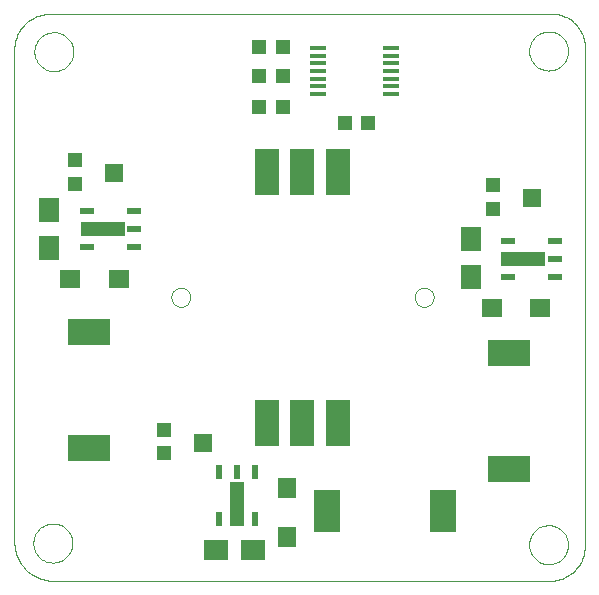
<source format=gtp>
G75*
G70*
%OFA0B0*%
%FSLAX24Y24*%
%IPPOS*%
%LPD*%
%AMOC8*
5,1,8,0,0,1.08239X$1,22.5*
%
%ADD10C,0.0000*%
%ADD11R,0.1417X0.0866*%
%ADD12R,0.0709X0.0630*%
%ADD13R,0.0709X0.0787*%
%ADD14R,0.0472X0.0197*%
%ADD15R,0.1496X0.0512*%
%ADD16R,0.0866X0.1417*%
%ADD17R,0.0630X0.0709*%
%ADD18R,0.0787X0.0709*%
%ADD19R,0.0197X0.0472*%
%ADD20R,0.0512X0.1496*%
%ADD21R,0.0787X0.1575*%
%ADD22R,0.0571X0.0157*%
%ADD23R,0.0472X0.0472*%
%ADD24R,0.0591X0.0630*%
D10*
X002197Y001169D02*
X018827Y001169D01*
X018828Y001169D02*
X018893Y001175D01*
X018958Y001185D01*
X019022Y001198D01*
X019085Y001215D01*
X019147Y001236D01*
X019208Y001260D01*
X019267Y001287D01*
X019325Y001318D01*
X019381Y001352D01*
X019435Y001389D01*
X019487Y001429D01*
X019537Y001472D01*
X019584Y001517D01*
X019628Y001565D01*
X019670Y001616D01*
X019708Y001669D01*
X019744Y001723D01*
X019777Y001780D01*
X019806Y001839D01*
X019832Y001899D01*
X019855Y001960D01*
X019874Y002023D01*
X019890Y002086D01*
X019902Y002151D01*
X019910Y002216D01*
X019915Y002281D01*
X019916Y002346D01*
X019913Y002412D01*
X019913Y018974D01*
X019911Y019037D01*
X019906Y019101D01*
X019896Y019164D01*
X019884Y019226D01*
X019867Y019287D01*
X019847Y019348D01*
X019824Y019407D01*
X019797Y019465D01*
X019767Y019520D01*
X019733Y019575D01*
X019697Y019627D01*
X019657Y019677D01*
X019615Y019724D01*
X019570Y019769D01*
X019523Y019811D01*
X019473Y019851D01*
X019421Y019887D01*
X019366Y019921D01*
X019311Y019951D01*
X019253Y019978D01*
X019194Y020001D01*
X019133Y020021D01*
X019072Y020038D01*
X019010Y020050D01*
X018947Y020060D01*
X018883Y020065D01*
X018820Y020067D01*
X002057Y020067D01*
X002057Y020066D02*
X001989Y020062D01*
X001923Y020054D01*
X001856Y020043D01*
X001791Y020028D01*
X001726Y020009D01*
X001663Y019986D01*
X001601Y019960D01*
X001540Y019931D01*
X001481Y019898D01*
X001425Y019862D01*
X001370Y019822D01*
X001317Y019780D01*
X001267Y019735D01*
X001220Y019687D01*
X001175Y019637D01*
X001134Y019584D01*
X001095Y019529D01*
X001060Y019472D01*
X001027Y019413D01*
X000998Y019352D01*
X000973Y019290D01*
X000951Y019226D01*
X000933Y019161D01*
X000918Y019096D01*
X000907Y019029D01*
X000900Y018962D01*
X000896Y018895D01*
X000897Y018828D01*
X000897Y002469D01*
X001529Y002427D02*
X001531Y002477D01*
X001537Y002527D01*
X001547Y002577D01*
X001560Y002625D01*
X001577Y002673D01*
X001598Y002719D01*
X001622Y002763D01*
X001650Y002805D01*
X001681Y002845D01*
X001715Y002882D01*
X001752Y002917D01*
X001791Y002948D01*
X001832Y002977D01*
X001876Y003002D01*
X001922Y003024D01*
X001969Y003042D01*
X002017Y003056D01*
X002066Y003067D01*
X002116Y003074D01*
X002166Y003077D01*
X002217Y003076D01*
X002267Y003071D01*
X002317Y003062D01*
X002365Y003050D01*
X002413Y003033D01*
X002459Y003013D01*
X002504Y002990D01*
X002547Y002963D01*
X002587Y002933D01*
X002625Y002900D01*
X002660Y002864D01*
X002693Y002825D01*
X002722Y002784D01*
X002748Y002741D01*
X002771Y002696D01*
X002790Y002649D01*
X002805Y002601D01*
X002817Y002552D01*
X002825Y002502D01*
X002829Y002452D01*
X002829Y002402D01*
X002825Y002352D01*
X002817Y002302D01*
X002805Y002253D01*
X002790Y002205D01*
X002771Y002158D01*
X002748Y002113D01*
X002722Y002070D01*
X002693Y002029D01*
X002660Y001990D01*
X002625Y001954D01*
X002587Y001921D01*
X002547Y001891D01*
X002504Y001864D01*
X002459Y001841D01*
X002413Y001821D01*
X002365Y001804D01*
X002317Y001792D01*
X002267Y001783D01*
X002217Y001778D01*
X002166Y001777D01*
X002116Y001780D01*
X002066Y001787D01*
X002017Y001798D01*
X001969Y001812D01*
X001922Y001830D01*
X001876Y001852D01*
X001832Y001877D01*
X001791Y001906D01*
X001752Y001937D01*
X001715Y001972D01*
X001681Y002009D01*
X001650Y002049D01*
X001622Y002091D01*
X001598Y002135D01*
X001577Y002181D01*
X001560Y002229D01*
X001547Y002277D01*
X001537Y002327D01*
X001531Y002377D01*
X001529Y002427D01*
X000897Y002469D02*
X000899Y002399D01*
X000905Y002328D01*
X000914Y002259D01*
X000927Y002190D01*
X000944Y002121D01*
X000965Y002054D01*
X000989Y001988D01*
X001017Y001923D01*
X001048Y001860D01*
X001083Y001799D01*
X001121Y001739D01*
X001162Y001682D01*
X001206Y001627D01*
X001253Y001575D01*
X001303Y001525D01*
X001355Y001478D01*
X001410Y001434D01*
X001467Y001393D01*
X001527Y001355D01*
X001588Y001320D01*
X001651Y001289D01*
X001716Y001261D01*
X001782Y001237D01*
X001849Y001216D01*
X001918Y001199D01*
X001987Y001186D01*
X002056Y001177D01*
X002127Y001171D01*
X002197Y001169D01*
X006133Y010618D02*
X006135Y010653D01*
X006141Y010688D01*
X006151Y010722D01*
X006164Y010755D01*
X006181Y010786D01*
X006202Y010814D01*
X006225Y010841D01*
X006252Y010864D01*
X006280Y010885D01*
X006311Y010902D01*
X006344Y010915D01*
X006378Y010925D01*
X006413Y010931D01*
X006448Y010933D01*
X006483Y010931D01*
X006518Y010925D01*
X006552Y010915D01*
X006585Y010902D01*
X006616Y010885D01*
X006644Y010864D01*
X006671Y010841D01*
X006694Y010814D01*
X006715Y010786D01*
X006732Y010755D01*
X006745Y010722D01*
X006755Y010688D01*
X006761Y010653D01*
X006763Y010618D01*
X006761Y010583D01*
X006755Y010548D01*
X006745Y010514D01*
X006732Y010481D01*
X006715Y010450D01*
X006694Y010422D01*
X006671Y010395D01*
X006644Y010372D01*
X006616Y010351D01*
X006585Y010334D01*
X006552Y010321D01*
X006518Y010311D01*
X006483Y010305D01*
X006448Y010303D01*
X006413Y010305D01*
X006378Y010311D01*
X006344Y010321D01*
X006311Y010334D01*
X006280Y010351D01*
X006252Y010372D01*
X006225Y010395D01*
X006202Y010422D01*
X006181Y010450D01*
X006164Y010481D01*
X006151Y010514D01*
X006141Y010548D01*
X006135Y010583D01*
X006133Y010618D01*
X001568Y018805D02*
X001570Y018855D01*
X001576Y018905D01*
X001586Y018955D01*
X001599Y019003D01*
X001616Y019051D01*
X001637Y019097D01*
X001661Y019141D01*
X001689Y019183D01*
X001720Y019223D01*
X001754Y019260D01*
X001791Y019295D01*
X001830Y019326D01*
X001871Y019355D01*
X001915Y019380D01*
X001961Y019402D01*
X002008Y019420D01*
X002056Y019434D01*
X002105Y019445D01*
X002155Y019452D01*
X002205Y019455D01*
X002256Y019454D01*
X002306Y019449D01*
X002356Y019440D01*
X002404Y019428D01*
X002452Y019411D01*
X002498Y019391D01*
X002543Y019368D01*
X002586Y019341D01*
X002626Y019311D01*
X002664Y019278D01*
X002699Y019242D01*
X002732Y019203D01*
X002761Y019162D01*
X002787Y019119D01*
X002810Y019074D01*
X002829Y019027D01*
X002844Y018979D01*
X002856Y018930D01*
X002864Y018880D01*
X002868Y018830D01*
X002868Y018780D01*
X002864Y018730D01*
X002856Y018680D01*
X002844Y018631D01*
X002829Y018583D01*
X002810Y018536D01*
X002787Y018491D01*
X002761Y018448D01*
X002732Y018407D01*
X002699Y018368D01*
X002664Y018332D01*
X002626Y018299D01*
X002586Y018269D01*
X002543Y018242D01*
X002498Y018219D01*
X002452Y018199D01*
X002404Y018182D01*
X002356Y018170D01*
X002306Y018161D01*
X002256Y018156D01*
X002205Y018155D01*
X002155Y018158D01*
X002105Y018165D01*
X002056Y018176D01*
X002008Y018190D01*
X001961Y018208D01*
X001915Y018230D01*
X001871Y018255D01*
X001830Y018284D01*
X001791Y018315D01*
X001754Y018350D01*
X001720Y018387D01*
X001689Y018427D01*
X001661Y018469D01*
X001637Y018513D01*
X001616Y018559D01*
X001599Y018607D01*
X001586Y018655D01*
X001576Y018705D01*
X001570Y018755D01*
X001568Y018805D01*
X014243Y010618D02*
X014245Y010653D01*
X014251Y010688D01*
X014261Y010722D01*
X014274Y010755D01*
X014291Y010786D01*
X014312Y010814D01*
X014335Y010841D01*
X014362Y010864D01*
X014390Y010885D01*
X014421Y010902D01*
X014454Y010915D01*
X014488Y010925D01*
X014523Y010931D01*
X014558Y010933D01*
X014593Y010931D01*
X014628Y010925D01*
X014662Y010915D01*
X014695Y010902D01*
X014726Y010885D01*
X014754Y010864D01*
X014781Y010841D01*
X014804Y010814D01*
X014825Y010786D01*
X014842Y010755D01*
X014855Y010722D01*
X014865Y010688D01*
X014871Y010653D01*
X014873Y010618D01*
X014871Y010583D01*
X014865Y010548D01*
X014855Y010514D01*
X014842Y010481D01*
X014825Y010450D01*
X014804Y010422D01*
X014781Y010395D01*
X014754Y010372D01*
X014726Y010351D01*
X014695Y010334D01*
X014662Y010321D01*
X014628Y010311D01*
X014593Y010305D01*
X014558Y010303D01*
X014523Y010305D01*
X014488Y010311D01*
X014454Y010321D01*
X014421Y010334D01*
X014390Y010351D01*
X014362Y010372D01*
X014335Y010395D01*
X014312Y010422D01*
X014291Y010450D01*
X014274Y010481D01*
X014261Y010514D01*
X014251Y010548D01*
X014245Y010583D01*
X014243Y010618D01*
X018056Y018829D02*
X018058Y018879D01*
X018064Y018929D01*
X018074Y018979D01*
X018087Y019027D01*
X018104Y019075D01*
X018125Y019121D01*
X018149Y019165D01*
X018177Y019207D01*
X018208Y019247D01*
X018242Y019284D01*
X018279Y019319D01*
X018318Y019350D01*
X018359Y019379D01*
X018403Y019404D01*
X018449Y019426D01*
X018496Y019444D01*
X018544Y019458D01*
X018593Y019469D01*
X018643Y019476D01*
X018693Y019479D01*
X018744Y019478D01*
X018794Y019473D01*
X018844Y019464D01*
X018892Y019452D01*
X018940Y019435D01*
X018986Y019415D01*
X019031Y019392D01*
X019074Y019365D01*
X019114Y019335D01*
X019152Y019302D01*
X019187Y019266D01*
X019220Y019227D01*
X019249Y019186D01*
X019275Y019143D01*
X019298Y019098D01*
X019317Y019051D01*
X019332Y019003D01*
X019344Y018954D01*
X019352Y018904D01*
X019356Y018854D01*
X019356Y018804D01*
X019352Y018754D01*
X019344Y018704D01*
X019332Y018655D01*
X019317Y018607D01*
X019298Y018560D01*
X019275Y018515D01*
X019249Y018472D01*
X019220Y018431D01*
X019187Y018392D01*
X019152Y018356D01*
X019114Y018323D01*
X019074Y018293D01*
X019031Y018266D01*
X018986Y018243D01*
X018940Y018223D01*
X018892Y018206D01*
X018844Y018194D01*
X018794Y018185D01*
X018744Y018180D01*
X018693Y018179D01*
X018643Y018182D01*
X018593Y018189D01*
X018544Y018200D01*
X018496Y018214D01*
X018449Y018232D01*
X018403Y018254D01*
X018359Y018279D01*
X018318Y018308D01*
X018279Y018339D01*
X018242Y018374D01*
X018208Y018411D01*
X018177Y018451D01*
X018149Y018493D01*
X018125Y018537D01*
X018104Y018583D01*
X018087Y018631D01*
X018074Y018679D01*
X018064Y018729D01*
X018058Y018779D01*
X018056Y018829D01*
X018056Y002372D02*
X018058Y002422D01*
X018064Y002472D01*
X018074Y002522D01*
X018087Y002570D01*
X018104Y002618D01*
X018125Y002664D01*
X018149Y002708D01*
X018177Y002750D01*
X018208Y002790D01*
X018242Y002827D01*
X018279Y002862D01*
X018318Y002893D01*
X018359Y002922D01*
X018403Y002947D01*
X018449Y002969D01*
X018496Y002987D01*
X018544Y003001D01*
X018593Y003012D01*
X018643Y003019D01*
X018693Y003022D01*
X018744Y003021D01*
X018794Y003016D01*
X018844Y003007D01*
X018892Y002995D01*
X018940Y002978D01*
X018986Y002958D01*
X019031Y002935D01*
X019074Y002908D01*
X019114Y002878D01*
X019152Y002845D01*
X019187Y002809D01*
X019220Y002770D01*
X019249Y002729D01*
X019275Y002686D01*
X019298Y002641D01*
X019317Y002594D01*
X019332Y002546D01*
X019344Y002497D01*
X019352Y002447D01*
X019356Y002397D01*
X019356Y002347D01*
X019352Y002297D01*
X019344Y002247D01*
X019332Y002198D01*
X019317Y002150D01*
X019298Y002103D01*
X019275Y002058D01*
X019249Y002015D01*
X019220Y001974D01*
X019187Y001935D01*
X019152Y001899D01*
X019114Y001866D01*
X019074Y001836D01*
X019031Y001809D01*
X018986Y001786D01*
X018940Y001766D01*
X018892Y001749D01*
X018844Y001737D01*
X018794Y001728D01*
X018744Y001723D01*
X018693Y001722D01*
X018643Y001725D01*
X018593Y001732D01*
X018544Y001743D01*
X018496Y001757D01*
X018449Y001775D01*
X018403Y001797D01*
X018359Y001822D01*
X018318Y001851D01*
X018279Y001882D01*
X018242Y001917D01*
X018208Y001954D01*
X018177Y001994D01*
X018149Y002036D01*
X018125Y002080D01*
X018104Y002126D01*
X018087Y002174D01*
X018074Y002222D01*
X018064Y002272D01*
X018058Y002322D01*
X018056Y002372D01*
D11*
X017390Y004908D03*
X017390Y008766D03*
X003386Y009467D03*
X003386Y005609D03*
D12*
X002762Y011230D03*
X004377Y011230D03*
X016806Y010261D03*
X018420Y010261D03*
D13*
X016109Y011293D03*
X016109Y012553D03*
X002062Y012253D03*
X002062Y013513D03*
D14*
X003325Y013490D03*
X003325Y012309D03*
X004900Y012309D03*
X004900Y012899D03*
X004900Y013490D03*
X017341Y012494D03*
X017341Y011312D03*
X018916Y011312D03*
X018916Y011903D03*
X018916Y012494D03*
D15*
X017853Y011903D03*
X003837Y012899D03*
D16*
X011316Y003489D03*
X015174Y003489D03*
D17*
X009994Y004259D03*
X009994Y002645D03*
D18*
X008868Y002196D03*
X007608Y002196D03*
D19*
X007734Y003216D03*
X008915Y003216D03*
X008915Y004790D03*
X008325Y004790D03*
X007734Y004790D03*
D20*
X008325Y003727D03*
D21*
X009322Y006445D03*
X010503Y006445D03*
X011684Y006445D03*
X011684Y014791D03*
X010503Y014791D03*
X009322Y014791D03*
D22*
X011023Y017397D03*
X011023Y017653D03*
X011023Y017909D03*
X011023Y018165D03*
X011023Y018421D03*
X011023Y018677D03*
X011023Y018933D03*
X013464Y018933D03*
X013464Y018677D03*
X013464Y018421D03*
X013464Y018165D03*
X013464Y017909D03*
X013464Y017653D03*
X013464Y017397D03*
D23*
X012701Y016416D03*
X011914Y016416D03*
X009854Y016967D03*
X009067Y016967D03*
X009064Y017994D03*
X009851Y017994D03*
X009849Y018972D03*
X009061Y018972D03*
X002905Y015185D03*
X002905Y014397D03*
X005897Y006209D03*
X005897Y005421D03*
X016842Y013571D03*
X016842Y014358D03*
D24*
X018141Y013925D03*
X007196Y005775D03*
X004204Y014752D03*
M02*

</source>
